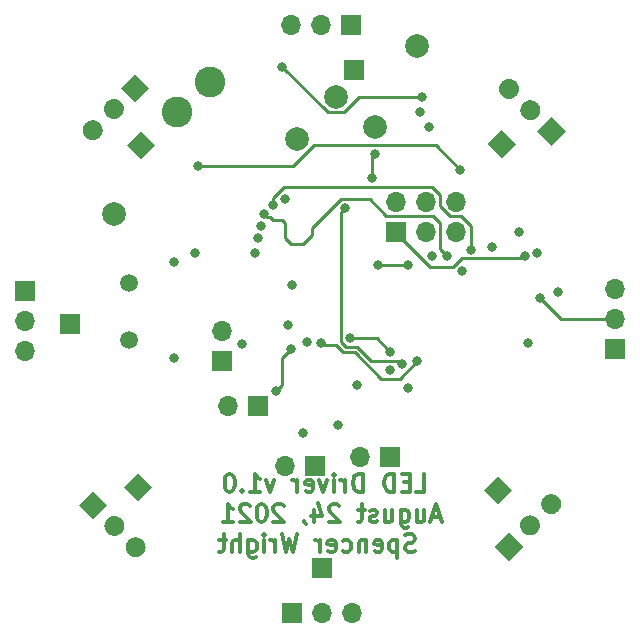
<source format=gbr>
%TF.GenerationSoftware,KiCad,Pcbnew,(5.1.6-0-10_14)*%
%TF.CreationDate,2021-08-24T22:52:38-05:00*%
%TF.ProjectId,led_lights,6c65645f-6c69-4676-9874-732e6b696361,rev?*%
%TF.SameCoordinates,Original*%
%TF.FileFunction,Copper,L4,Bot*%
%TF.FilePolarity,Positive*%
%FSLAX46Y46*%
G04 Gerber Fmt 4.6, Leading zero omitted, Abs format (unit mm)*
G04 Created by KiCad (PCBNEW (5.1.6-0-10_14)) date 2021-08-24 22:52:38*
%MOMM*%
%LPD*%
G01*
G04 APERTURE LIST*
%TA.AperFunction,NonConductor*%
%ADD10C,0.300000*%
%TD*%
%TA.AperFunction,ComponentPad*%
%ADD11C,0.100000*%
%TD*%
%TA.AperFunction,ComponentPad*%
%ADD12R,1.700000X1.700000*%
%TD*%
%TA.AperFunction,ComponentPad*%
%ADD13O,1.700000X1.700000*%
%TD*%
%TA.AperFunction,ComponentPad*%
%ADD14C,1.500000*%
%TD*%
%TA.AperFunction,ComponentPad*%
%ADD15C,2.600000*%
%TD*%
%TA.AperFunction,ViaPad*%
%ADD16C,2.000000*%
%TD*%
%TA.AperFunction,ViaPad*%
%ADD17C,0.800000*%
%TD*%
%TA.AperFunction,Conductor*%
%ADD18C,0.250000*%
%TD*%
G04 APERTURE END LIST*
D10*
X202087714Y95851428D02*
X202802000Y95851428D01*
X202802000Y97351428D01*
X201587714Y96637142D02*
X201087714Y96637142D01*
X200873428Y95851428D02*
X201587714Y95851428D01*
X201587714Y97351428D01*
X200873428Y97351428D01*
X200230571Y95851428D02*
X200230571Y97351428D01*
X199873428Y97351428D01*
X199659142Y97280000D01*
X199516285Y97137142D01*
X199444857Y96994285D01*
X199373428Y96708571D01*
X199373428Y96494285D01*
X199444857Y96208571D01*
X199516285Y96065714D01*
X199659142Y95922857D01*
X199873428Y95851428D01*
X200230571Y95851428D01*
X197587714Y95851428D02*
X197587714Y97351428D01*
X197230571Y97351428D01*
X197016285Y97280000D01*
X196873428Y97137142D01*
X196802000Y96994285D01*
X196730571Y96708571D01*
X196730571Y96494285D01*
X196802000Y96208571D01*
X196873428Y96065714D01*
X197016285Y95922857D01*
X197230571Y95851428D01*
X197587714Y95851428D01*
X196087714Y95851428D02*
X196087714Y96851428D01*
X196087714Y96565714D02*
X196016285Y96708571D01*
X195944857Y96780000D01*
X195802000Y96851428D01*
X195659142Y96851428D01*
X195159142Y95851428D02*
X195159142Y96851428D01*
X195159142Y97351428D02*
X195230571Y97280000D01*
X195159142Y97208571D01*
X195087714Y97280000D01*
X195159142Y97351428D01*
X195159142Y97208571D01*
X194587714Y96851428D02*
X194230571Y95851428D01*
X193873428Y96851428D01*
X192730571Y95922857D02*
X192873428Y95851428D01*
X193159142Y95851428D01*
X193302000Y95922857D01*
X193373428Y96065714D01*
X193373428Y96637142D01*
X193302000Y96780000D01*
X193159142Y96851428D01*
X192873428Y96851428D01*
X192730571Y96780000D01*
X192659142Y96637142D01*
X192659142Y96494285D01*
X193373428Y96351428D01*
X192016285Y95851428D02*
X192016285Y96851428D01*
X192016285Y96565714D02*
X191944857Y96708571D01*
X191873428Y96780000D01*
X191730571Y96851428D01*
X191587714Y96851428D01*
X190087714Y96851428D02*
X189730571Y95851428D01*
X189373428Y96851428D01*
X188016285Y95851428D02*
X188873428Y95851428D01*
X188444857Y95851428D02*
X188444857Y97351428D01*
X188587714Y97137142D01*
X188730571Y96994285D01*
X188873428Y96922857D01*
X187373428Y95994285D02*
X187302000Y95922857D01*
X187373428Y95851428D01*
X187444857Y95922857D01*
X187373428Y95994285D01*
X187373428Y95851428D01*
X186373428Y97351428D02*
X186230571Y97351428D01*
X186087714Y97280000D01*
X186016285Y97208571D01*
X185944857Y97065714D01*
X185873428Y96780000D01*
X185873428Y96422857D01*
X185944857Y96137142D01*
X186016285Y95994285D01*
X186087714Y95922857D01*
X186230571Y95851428D01*
X186373428Y95851428D01*
X186516285Y95922857D01*
X186587714Y95994285D01*
X186659142Y96137142D01*
X186730571Y96422857D01*
X186730571Y96780000D01*
X186659142Y97065714D01*
X186587714Y97208571D01*
X186516285Y97280000D01*
X186373428Y97351428D01*
X204159142Y93730000D02*
X203444857Y93730000D01*
X204302000Y93301428D02*
X203802000Y94801428D01*
X203302000Y93301428D01*
X202159142Y94301428D02*
X202159142Y93301428D01*
X202802000Y94301428D02*
X202802000Y93515714D01*
X202730571Y93372857D01*
X202587714Y93301428D01*
X202373428Y93301428D01*
X202230571Y93372857D01*
X202159142Y93444285D01*
X200802000Y94301428D02*
X200802000Y93087142D01*
X200873428Y92944285D01*
X200944857Y92872857D01*
X201087714Y92801428D01*
X201302000Y92801428D01*
X201444857Y92872857D01*
X200802000Y93372857D02*
X200944857Y93301428D01*
X201230571Y93301428D01*
X201373428Y93372857D01*
X201444857Y93444285D01*
X201516285Y93587142D01*
X201516285Y94015714D01*
X201444857Y94158571D01*
X201373428Y94230000D01*
X201230571Y94301428D01*
X200944857Y94301428D01*
X200802000Y94230000D01*
X199444857Y94301428D02*
X199444857Y93301428D01*
X200087714Y94301428D02*
X200087714Y93515714D01*
X200016285Y93372857D01*
X199873428Y93301428D01*
X199659142Y93301428D01*
X199516285Y93372857D01*
X199444857Y93444285D01*
X198802000Y93372857D02*
X198659142Y93301428D01*
X198373428Y93301428D01*
X198230571Y93372857D01*
X198159142Y93515714D01*
X198159142Y93587142D01*
X198230571Y93730000D01*
X198373428Y93801428D01*
X198587714Y93801428D01*
X198730571Y93872857D01*
X198802000Y94015714D01*
X198802000Y94087142D01*
X198730571Y94230000D01*
X198587714Y94301428D01*
X198373428Y94301428D01*
X198230571Y94230000D01*
X197730571Y94301428D02*
X197159142Y94301428D01*
X197516285Y94801428D02*
X197516285Y93515714D01*
X197444857Y93372857D01*
X197302000Y93301428D01*
X197159142Y93301428D01*
X195587714Y94658571D02*
X195516285Y94730000D01*
X195373428Y94801428D01*
X195016285Y94801428D01*
X194873428Y94730000D01*
X194802000Y94658571D01*
X194730571Y94515714D01*
X194730571Y94372857D01*
X194802000Y94158571D01*
X195659142Y93301428D01*
X194730571Y93301428D01*
X193444857Y94301428D02*
X193444857Y93301428D01*
X193802000Y94872857D02*
X194159142Y93801428D01*
X193230571Y93801428D01*
X192587714Y93372857D02*
X192587714Y93301428D01*
X192659142Y93158571D01*
X192730571Y93087142D01*
X190873428Y94658571D02*
X190802000Y94730000D01*
X190659142Y94801428D01*
X190302000Y94801428D01*
X190159142Y94730000D01*
X190087714Y94658571D01*
X190016285Y94515714D01*
X190016285Y94372857D01*
X190087714Y94158571D01*
X190944857Y93301428D01*
X190016285Y93301428D01*
X189087714Y94801428D02*
X188944857Y94801428D01*
X188802000Y94730000D01*
X188730571Y94658571D01*
X188659142Y94515714D01*
X188587714Y94230000D01*
X188587714Y93872857D01*
X188659142Y93587142D01*
X188730571Y93444285D01*
X188802000Y93372857D01*
X188944857Y93301428D01*
X189087714Y93301428D01*
X189230571Y93372857D01*
X189302000Y93444285D01*
X189373428Y93587142D01*
X189444857Y93872857D01*
X189444857Y94230000D01*
X189373428Y94515714D01*
X189302000Y94658571D01*
X189230571Y94730000D01*
X189087714Y94801428D01*
X188016285Y94658571D02*
X187944857Y94730000D01*
X187802000Y94801428D01*
X187444857Y94801428D01*
X187302000Y94730000D01*
X187230571Y94658571D01*
X187159142Y94515714D01*
X187159142Y94372857D01*
X187230571Y94158571D01*
X188087714Y93301428D01*
X187159142Y93301428D01*
X185730571Y93301428D02*
X186587714Y93301428D01*
X186159142Y93301428D02*
X186159142Y94801428D01*
X186302000Y94587142D01*
X186444857Y94444285D01*
X186587714Y94372857D01*
X202016285Y90822857D02*
X201802000Y90751428D01*
X201444857Y90751428D01*
X201302000Y90822857D01*
X201230571Y90894285D01*
X201159142Y91037142D01*
X201159142Y91180000D01*
X201230571Y91322857D01*
X201302000Y91394285D01*
X201444857Y91465714D01*
X201730571Y91537142D01*
X201873428Y91608571D01*
X201944857Y91680000D01*
X202016285Y91822857D01*
X202016285Y91965714D01*
X201944857Y92108571D01*
X201873428Y92180000D01*
X201730571Y92251428D01*
X201373428Y92251428D01*
X201159142Y92180000D01*
X200516285Y91751428D02*
X200516285Y90251428D01*
X200516285Y91680000D02*
X200373428Y91751428D01*
X200087714Y91751428D01*
X199944857Y91680000D01*
X199873428Y91608571D01*
X199802000Y91465714D01*
X199802000Y91037142D01*
X199873428Y90894285D01*
X199944857Y90822857D01*
X200087714Y90751428D01*
X200373428Y90751428D01*
X200516285Y90822857D01*
X198587714Y90822857D02*
X198730571Y90751428D01*
X199016285Y90751428D01*
X199159142Y90822857D01*
X199230571Y90965714D01*
X199230571Y91537142D01*
X199159142Y91680000D01*
X199016285Y91751428D01*
X198730571Y91751428D01*
X198587714Y91680000D01*
X198516285Y91537142D01*
X198516285Y91394285D01*
X199230571Y91251428D01*
X197873428Y91751428D02*
X197873428Y90751428D01*
X197873428Y91608571D02*
X197802000Y91680000D01*
X197659142Y91751428D01*
X197444857Y91751428D01*
X197302000Y91680000D01*
X197230571Y91537142D01*
X197230571Y90751428D01*
X195873428Y90822857D02*
X196016285Y90751428D01*
X196302000Y90751428D01*
X196444857Y90822857D01*
X196516285Y90894285D01*
X196587714Y91037142D01*
X196587714Y91465714D01*
X196516285Y91608571D01*
X196444857Y91680000D01*
X196302000Y91751428D01*
X196016285Y91751428D01*
X195873428Y91680000D01*
X194659142Y90822857D02*
X194802000Y90751428D01*
X195087714Y90751428D01*
X195230571Y90822857D01*
X195302000Y90965714D01*
X195302000Y91537142D01*
X195230571Y91680000D01*
X195087714Y91751428D01*
X194802000Y91751428D01*
X194659142Y91680000D01*
X194587714Y91537142D01*
X194587714Y91394285D01*
X195302000Y91251428D01*
X193944857Y90751428D02*
X193944857Y91751428D01*
X193944857Y91465714D02*
X193873428Y91608571D01*
X193802000Y91680000D01*
X193659142Y91751428D01*
X193516285Y91751428D01*
X192016285Y92251428D02*
X191659142Y90751428D01*
X191373428Y91822857D01*
X191087714Y90751428D01*
X190730571Y92251428D01*
X190159142Y90751428D02*
X190159142Y91751428D01*
X190159142Y91465714D02*
X190087714Y91608571D01*
X190016285Y91680000D01*
X189873428Y91751428D01*
X189730571Y91751428D01*
X189230571Y90751428D02*
X189230571Y91751428D01*
X189230571Y92251428D02*
X189302000Y92180000D01*
X189230571Y92108571D01*
X189159142Y92180000D01*
X189230571Y92251428D01*
X189230571Y92108571D01*
X187873428Y91751428D02*
X187873428Y90537142D01*
X187944857Y90394285D01*
X188016285Y90322857D01*
X188159142Y90251428D01*
X188373428Y90251428D01*
X188516285Y90322857D01*
X187873428Y90822857D02*
X188016285Y90751428D01*
X188302000Y90751428D01*
X188444857Y90822857D01*
X188516285Y90894285D01*
X188587714Y91037142D01*
X188587714Y91465714D01*
X188516285Y91608571D01*
X188444857Y91680000D01*
X188302000Y91751428D01*
X188016285Y91751428D01*
X187873428Y91680000D01*
X187159142Y90751428D02*
X187159142Y92251428D01*
X186516285Y90751428D02*
X186516285Y91537142D01*
X186587714Y91680000D01*
X186730571Y91751428D01*
X186944857Y91751428D01*
X187087714Y91680000D01*
X187159142Y91608571D01*
X186016285Y91751428D02*
X185444857Y91751428D01*
X185802000Y92251428D02*
X185802000Y90965714D01*
X185730571Y90822857D01*
X185587714Y90751428D01*
X185444857Y90751428D01*
%TO.P,J12,3*%
%TO.N,GND*%
%TA.AperFunction,ComponentPad*%
G36*
G01*
X210564990Y130547092D02*
X210564990Y130547092D01*
G75*
G02*
X210564990Y129345010I-601041J-601041D01*
G01*
X210564990Y129345010D01*
G75*
G02*
X209362908Y129345010I-601041J601041D01*
G01*
X209362908Y129345010D01*
G75*
G02*
X209362908Y130547092I601041J601041D01*
G01*
X209362908Y130547092D01*
G75*
G02*
X210564990Y130547092I601041J-601041D01*
G01*
G37*
%TD.AperFunction*%
%TO.P,J12,2*%
%TO.N,Net-(J12-Pad2)*%
%TA.AperFunction,ComponentPad*%
G36*
G01*
X212361041Y128751041D02*
X212361041Y128751041D01*
G75*
G02*
X212361041Y127548959I-601041J-601041D01*
G01*
X212361041Y127548959D01*
G75*
G02*
X211158959Y127548959I-601041J601041D01*
G01*
X211158959Y127548959D01*
G75*
G02*
X211158959Y128751041I601041J601041D01*
G01*
X211158959Y128751041D01*
G75*
G02*
X212361041Y128751041I601041J-601041D01*
G01*
G37*
%TD.AperFunction*%
%TA.AperFunction,ComponentPad*%
D11*
%TO.P,J12,1*%
%TO.N,/SYS_5V*%
G36*
X213556051Y127556031D02*
G01*
X214758133Y126353949D01*
X213556051Y125151867D01*
X212353969Y126353949D01*
X213556051Y127556031D01*
G37*
%TD.AperFunction*%
%TD*%
D12*
%TO.P,J11,1*%
%TO.N,/SYS_5V*%
X196596000Y135382000D03*
D13*
%TO.P,J11,2*%
%TO.N,Net-(J11-Pad2)*%
X194056000Y135382000D03*
%TO.P,J11,3*%
%TO.N,GND*%
X191516000Y135382000D03*
%TD*%
%TA.AperFunction,ComponentPad*%
D11*
%TO.P,J10,1*%
%TO.N,/SYS_5V*%
G36*
X177105918Y130048000D02*
G01*
X178308000Y131250082D01*
X179510082Y130048000D01*
X178308000Y128845918D01*
X177105918Y130048000D01*
G37*
%TD.AperFunction*%
%TO.P,J10,2*%
%TO.N,Net-(J10-Pad2)*%
%TA.AperFunction,ComponentPad*%
G36*
G01*
X175910908Y128852990D02*
X175910908Y128852990D01*
G75*
G02*
X177112990Y128852990I601041J-601041D01*
G01*
X177112990Y128852990D01*
G75*
G02*
X177112990Y127650908I-601041J-601041D01*
G01*
X177112990Y127650908D01*
G75*
G02*
X175910908Y127650908I-601041J601041D01*
G01*
X175910908Y127650908D01*
G75*
G02*
X175910908Y128852990I601041J601041D01*
G01*
G37*
%TD.AperFunction*%
%TO.P,J10,3*%
%TO.N,GND*%
%TA.AperFunction,ComponentPad*%
G36*
G01*
X174114857Y127056939D02*
X174114857Y127056939D01*
G75*
G02*
X175316939Y127056939I601041J-601041D01*
G01*
X175316939Y127056939D01*
G75*
G02*
X175316939Y125854857I-601041J-601041D01*
G01*
X175316939Y125854857D01*
G75*
G02*
X174114857Y125854857I-601041J601041D01*
G01*
X174114857Y125854857D01*
G75*
G02*
X174114857Y127056939I601041J601041D01*
G01*
G37*
%TD.AperFunction*%
%TD*%
D13*
%TO.P,J7,3*%
%TO.N,GND*%
X169006000Y107790000D03*
%TO.P,J7,2*%
%TO.N,Net-(J18-Pad1)*%
X169006000Y110330000D03*
D12*
%TO.P,J7,1*%
%TO.N,/SYS_5V*%
X169006000Y112870000D03*
%TD*%
%TO.P,J4,3*%
%TO.N,GND*%
%TA.AperFunction,ComponentPad*%
G36*
G01*
X177743061Y90548857D02*
X177743061Y90548857D01*
G75*
G02*
X177743061Y91750939I601041J601041D01*
G01*
X177743061Y91750939D01*
G75*
G02*
X178945143Y91750939I601041J-601041D01*
G01*
X178945143Y91750939D01*
G75*
G02*
X178945143Y90548857I-601041J-601041D01*
G01*
X178945143Y90548857D01*
G75*
G02*
X177743061Y90548857I-601041J601041D01*
G01*
G37*
%TD.AperFunction*%
%TO.P,J4,2*%
%TO.N,Net-(J15-Pad1)*%
%TA.AperFunction,ComponentPad*%
G36*
G01*
X175947010Y92344908D02*
X175947010Y92344908D01*
G75*
G02*
X175947010Y93546990I601041J601041D01*
G01*
X175947010Y93546990D01*
G75*
G02*
X177149092Y93546990I601041J-601041D01*
G01*
X177149092Y93546990D01*
G75*
G02*
X177149092Y92344908I-601041J-601041D01*
G01*
X177149092Y92344908D01*
G75*
G02*
X175947010Y92344908I-601041J601041D01*
G01*
G37*
%TD.AperFunction*%
%TA.AperFunction,ComponentPad*%
D11*
%TO.P,J4,1*%
%TO.N,/SYS_5V*%
G36*
X174752000Y93539918D02*
G01*
X173549918Y94742000D01*
X174752000Y95944082D01*
X175954082Y94742000D01*
X174752000Y93539918D01*
G37*
%TD.AperFunction*%
%TD*%
%TO.P,J1,3*%
%TO.N,GND*%
%TA.AperFunction,ComponentPad*%
G36*
G01*
X214133143Y94191061D02*
X214133143Y94191061D01*
G75*
G02*
X212931061Y94191061I-601041J601041D01*
G01*
X212931061Y94191061D01*
G75*
G02*
X212931061Y95393143I601041J601041D01*
G01*
X212931061Y95393143D01*
G75*
G02*
X214133143Y95393143I601041J-601041D01*
G01*
X214133143Y95393143D01*
G75*
G02*
X214133143Y94191061I-601041J-601041D01*
G01*
G37*
%TD.AperFunction*%
%TO.P,J1,2*%
%TO.N,Net-(J1-Pad2)*%
%TA.AperFunction,ComponentPad*%
G36*
G01*
X212337092Y92395010D02*
X212337092Y92395010D01*
G75*
G02*
X211135010Y92395010I-601041J601041D01*
G01*
X211135010Y92395010D01*
G75*
G02*
X211135010Y93597092I601041J601041D01*
G01*
X211135010Y93597092D01*
G75*
G02*
X212337092Y93597092I601041J-601041D01*
G01*
X212337092Y93597092D01*
G75*
G02*
X212337092Y92395010I-601041J-601041D01*
G01*
G37*
%TD.AperFunction*%
%TA.AperFunction,ComponentPad*%
%TO.P,J1,1*%
%TO.N,/SYS_5V*%
G36*
X211142082Y91200000D02*
G01*
X209940000Y89997918D01*
X208737918Y91200000D01*
X209940000Y92402082D01*
X211142082Y91200000D01*
G37*
%TD.AperFunction*%
%TD*%
D12*
%TO.P,J3,1*%
%TO.N,/SYS_5V*%
X191580000Y85598000D03*
D13*
%TO.P,J3,2*%
%TO.N,Net-(J14-Pad1)*%
X194120000Y85598000D03*
%TO.P,J3,3*%
%TO.N,GND*%
X196660000Y85598000D03*
%TD*%
%TO.P,J8,3*%
%TO.N,GND*%
X218948000Y113030000D03*
%TO.P,J8,2*%
%TO.N,/LED_STRIP_OUT_0*%
X218948000Y110490000D03*
D12*
%TO.P,J8,1*%
%TO.N,/SYS_5V*%
X218948000Y107950000D03*
%TD*%
D13*
%TO.P,J5,2*%
%TO.N,/SYS_5V*%
X191008000Y98044000D03*
D12*
%TO.P,J5,1*%
%TO.N,Net-(J5-Pad1)*%
X193548000Y98044000D03*
%TD*%
%TO.P,J6,1*%
%TO.N,Net-(J6-Pad1)*%
X199898000Y98806000D03*
D13*
%TO.P,J6,2*%
%TO.N,/SYS_5V*%
X197358000Y98806000D03*
%TD*%
D12*
%TO.P,J23,1*%
%TO.N,GND*%
X185674000Y106934000D03*
D13*
%TO.P,J23,2*%
%TO.N,/NRST*%
X185674000Y109474000D03*
%TD*%
%TO.P,J24,2*%
%TO.N,VCC*%
X186182000Y103124000D03*
D12*
%TO.P,J24,1*%
%TO.N,Net-(J24-Pad1)*%
X188722000Y103124000D03*
%TD*%
D14*
%TO.P,Y2,1*%
%TO.N,/XTAL1_HI*%
X177800000Y113538000D03*
%TO.P,Y2,2*%
%TO.N,/XTAL2_HI*%
X177800000Y108658000D03*
%TD*%
%TA.AperFunction,ComponentPad*%
D11*
%TO.P,J13,1*%
%TO.N,Net-(J1-Pad2)*%
G36*
X209042000Y97214082D02*
G01*
X210244082Y96012000D01*
X209042000Y94809918D01*
X207839918Y96012000D01*
X209042000Y97214082D01*
G37*
%TD.AperFunction*%
%TD*%
D12*
%TO.P,J14,1*%
%TO.N,Net-(J14-Pad1)*%
X194150000Y89356000D03*
%TD*%
%TA.AperFunction,ComponentPad*%
D11*
%TO.P,J15,1*%
%TO.N,Net-(J15-Pad1)*%
G36*
X179764082Y96266000D02*
G01*
X178562000Y95063918D01*
X177359918Y96266000D01*
X178562000Y97468082D01*
X179764082Y96266000D01*
G37*
%TD.AperFunction*%
%TD*%
%TA.AperFunction,ComponentPad*%
%TO.P,J16,1*%
%TO.N,Net-(J10-Pad2)*%
G36*
X177613918Y125222000D02*
G01*
X178816000Y126424082D01*
X180018082Y125222000D01*
X178816000Y124019918D01*
X177613918Y125222000D01*
G37*
%TD.AperFunction*%
%TD*%
%TA.AperFunction,ComponentPad*%
%TO.P,J17,1*%
%TO.N,Net-(J12-Pad2)*%
G36*
X209340000Y126512082D02*
G01*
X210542082Y125310000D01*
X209340000Y124107918D01*
X208137918Y125310000D01*
X209340000Y126512082D01*
G37*
%TD.AperFunction*%
%TD*%
D12*
%TO.P,J18,1*%
%TO.N,Net-(J18-Pad1)*%
X172816000Y110076000D03*
%TD*%
%TO.P,J19,1*%
%TO.N,Net-(J11-Pad2)*%
X196850000Y131572000D03*
%TD*%
D15*
%TO.P,J2,1*%
%TO.N,/VIN*%
X184658000Y130556000D03*
%TD*%
%TO.P,J9,1*%
%TO.N,GND*%
X181864000Y128016000D03*
%TD*%
D12*
%TO.P,J21,1*%
%TO.N,/SYS_5V*%
X200406000Y117856000D03*
D13*
%TO.P,J21,2*%
%TO.N,VCC*%
X200406000Y120396000D03*
%TO.P,J21,3*%
%TO.N,/ST_SWDIO*%
X202946000Y117856000D03*
%TO.P,J21,4*%
%TO.N,/ST_SWCLK*%
X202946000Y120396000D03*
%TO.P,J21,5*%
%TO.N,/NRST*%
X205486000Y117856000D03*
%TO.P,J21,6*%
%TO.N,GND*%
X205486000Y120396000D03*
%TD*%
D16*
%TO.N,GND*%
X202184000Y133604000D03*
D17*
X183388000Y116078000D03*
X188468000Y116078000D03*
D16*
X195326000Y129286000D03*
D17*
X181610000Y115316000D03*
X181610000Y107188000D03*
X191576990Y113344990D03*
X191250000Y109994000D03*
X199898000Y106172000D03*
X192532000Y100838000D03*
X195453000Y101473000D03*
X203200000Y126746000D03*
X210797000Y117833000D03*
X212344000Y116078000D03*
X211582000Y108458000D03*
X188976000Y118364000D03*
X197104000Y104902000D03*
D16*
%TO.N,/SYS_5V*%
X176530000Y119380000D03*
D17*
X211328000Y115824000D03*
X214122000Y112776000D03*
D16*
%TO.N,VCC*%
X192024000Y125730000D03*
X198628000Y126746000D03*
D17*
X191008000Y120650000D03*
X187325000Y108331000D03*
X205983000Y114554000D03*
X202438000Y128016000D03*
X201422000Y104648000D03*
X188722000Y117348000D03*
X208534000Y116586000D03*
X203454000Y115806000D03*
X192843002Y108515002D03*
%TO.N,/LED_STRIP_OUT_0*%
X212598000Y112268000D03*
%TO.N,/NRST*%
X201422000Y115062000D03*
X198882000Y115062000D03*
%TO.N,/LED_STRIP_OUT_6*%
X190754000Y131826000D03*
X202629205Y129223205D03*
%TO.N,/LED_STRIP_OUT_5*%
X205849718Y123080282D03*
X183642000Y123444000D03*
%TO.N,/ST_SCL*%
X198374000Y122428000D03*
X198628000Y124460000D03*
%TO.N,/ST_LED_OUT_2*%
X206756000Y116332000D03*
X189992000Y120142000D03*
%TO.N,/ST_LED_OUT_3*%
X204724000Y115824000D03*
X189230000Y119380000D03*
%TO.N,/ST_LED_OUT_4*%
X190246000Y104394000D03*
X191516000Y107950000D03*
X196469000Y108839000D03*
X199898000Y107696000D03*
%TO.N,/ST_LED_OUT_6*%
X196088000Y119888000D03*
X200914000Y106680000D03*
%TO.N,/LVL_SHIFTER_EN*%
X194056000Y108458000D03*
X202184000Y106934000D03*
%TD*%
D18*
%TO.N,/SYS_5V*%
X211110999Y115606999D02*
X211328000Y115824000D01*
X205962997Y115606999D02*
X211110999Y115606999D01*
X203284997Y114902001D02*
X205257999Y114902001D01*
X200406000Y117780998D02*
X203284997Y114902001D01*
X205257999Y114902001D02*
X205962997Y115606999D01*
X200406000Y117856000D02*
X200406000Y117780998D01*
%TO.N,/LED_STRIP_OUT_0*%
X214376000Y110490000D02*
X212598000Y112268000D01*
X219030000Y110490000D02*
X214376000Y110490000D01*
%TO.N,/NRST*%
X201422000Y115062000D02*
X198882000Y115062000D01*
X198882000Y115062000D02*
X198882000Y115062000D01*
%TO.N,/LED_STRIP_OUT_6*%
X195962001Y127960999D02*
X194619001Y127960999D01*
X194619001Y127960999D02*
X190754000Y131826000D01*
X197224207Y129223205D02*
X195962001Y127960999D01*
X202629205Y129223205D02*
X197224207Y129223205D01*
%TO.N,/LED_STRIP_OUT_5*%
X193440003Y125185001D02*
X191699002Y123444000D01*
X203744999Y125185001D02*
X193440003Y125185001D01*
X205849718Y123080282D02*
X203744999Y125185001D01*
X191699002Y123444000D02*
X183642000Y123444000D01*
X183642000Y123444000D02*
X183642000Y123444000D01*
%TO.N,/ST_SCL*%
X198374000Y122428000D02*
X198374000Y124206000D01*
X198374000Y124206000D02*
X198628000Y124460000D01*
X198628000Y124460000D02*
X198628000Y124460000D01*
%TO.N,/ST_LED_OUT_2*%
X204121001Y120021997D02*
X204121001Y120960001D01*
X204921999Y119220999D02*
X204121001Y120021997D01*
X205899001Y119220999D02*
X204921999Y119220999D01*
X206756000Y118364000D02*
X205899001Y119220999D01*
X204121001Y120960001D02*
X203415002Y121666000D01*
X206756000Y116332000D02*
X206756000Y118364000D01*
X190950998Y121666000D02*
X189992000Y120707002D01*
X203415002Y121666000D02*
X190950998Y121666000D01*
X189992000Y120707002D02*
X189992000Y120142000D01*
X189992000Y120142000D02*
X189992000Y120142000D01*
%TO.N,/ST_LED_OUT_3*%
X203510001Y119220999D02*
X199549001Y119220999D01*
X204121001Y118609999D02*
X203510001Y119220999D01*
X204121001Y116426999D02*
X204121001Y118609999D01*
X204724000Y115824000D02*
X204121001Y116426999D01*
X195739999Y120613001D02*
X193294000Y118167002D01*
X198156999Y120613001D02*
X195739999Y120613001D01*
X199549001Y119220999D02*
X198156999Y120613001D01*
X193294000Y118167002D02*
X193294000Y117602000D01*
X193294000Y117602000D02*
X192532000Y116840000D01*
X192532000Y116840000D02*
X191516000Y116840000D01*
X191516000Y116840000D02*
X191008000Y117348000D01*
X191008000Y117348000D02*
X191008000Y118618000D01*
X191008000Y118618000D02*
X190754000Y118872000D01*
X190754000Y118872000D02*
X189992000Y118872000D01*
X189992000Y118872000D02*
X189738000Y119126000D01*
X189738000Y119126000D02*
X189484000Y119126000D01*
X189484000Y119126000D02*
X189230000Y119380000D01*
X189230000Y119380000D02*
X189230000Y119380000D01*
%TO.N,/ST_LED_OUT_4*%
X190246000Y104394000D02*
X190754000Y104902000D01*
X190754000Y104902000D02*
X190754000Y107188000D01*
X190754000Y107188000D02*
X191516000Y107950000D01*
X191516000Y107950000D02*
X191516000Y107950000D01*
X196469000Y108839000D02*
X198755000Y108839000D01*
X198755000Y108839000D02*
X199644000Y107950000D01*
X199644000Y107950000D02*
X199898000Y107696000D01*
X199898000Y107696000D02*
X199898000Y107696000D01*
%TO.N,/ST_LED_OUT_6*%
X195743999Y109891999D02*
X195743999Y109891999D01*
X195743999Y108490999D02*
X195743999Y119543999D01*
X197068411Y108113999D02*
X196120999Y108113999D01*
X195743999Y119543999D02*
X196088000Y119888000D01*
X198285409Y106897001D02*
X197068411Y108113999D01*
X196120999Y108113999D02*
X195743999Y108490999D01*
X200696999Y106897001D02*
X198285409Y106897001D01*
X200914000Y106680000D02*
X200696999Y106897001D01*
%TO.N,/LVL_SHIFTER_EN*%
X199136000Y105410000D02*
X199136000Y105410000D01*
X194209401Y108304599D02*
X194056000Y108458000D01*
X195293989Y108304599D02*
X194209401Y108304599D01*
X196882011Y107663989D02*
X195934598Y107663990D01*
X195934598Y107663990D02*
X195293989Y108304599D01*
X199136000Y105410000D02*
X196882011Y107663989D01*
X202184000Y106876998D02*
X202184000Y106934000D01*
X200717002Y105410000D02*
X202184000Y106876998D01*
X199136000Y105410000D02*
X200717002Y105410000D01*
%TD*%
M02*

</source>
